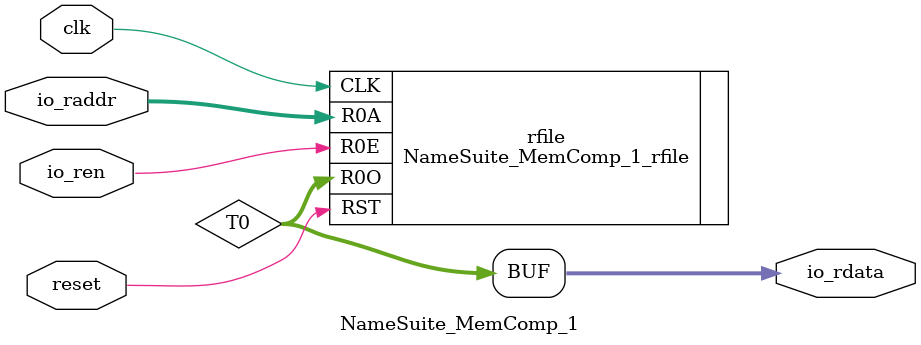
<source format=v>
module NameSuite_MemComp_1(input clk, input reset,
    input  io_ren,
    input [7:0] io_raddr,
    output[64:0] io_rdata
);

  wire[64:0] T0;
  reg[7:0] raddr;

`ifndef SYNTHESIS
  integer initvar;
  initial begin
    #0.002;
    raddr = {1{$random}};
  end
`endif

  assign io_rdata = T0;
  NameSuite_MemComp_1_rfile rfile (
    .CLK(clk),
    .RST(reset),
    .R0A(io_raddr),
    .R0E(io_ren),
    .R0O(T0)
  );

  always @(posedge clk) begin
    if(io_ren) begin
      raddr <= io_raddr;
    end
  end
endmodule


</source>
